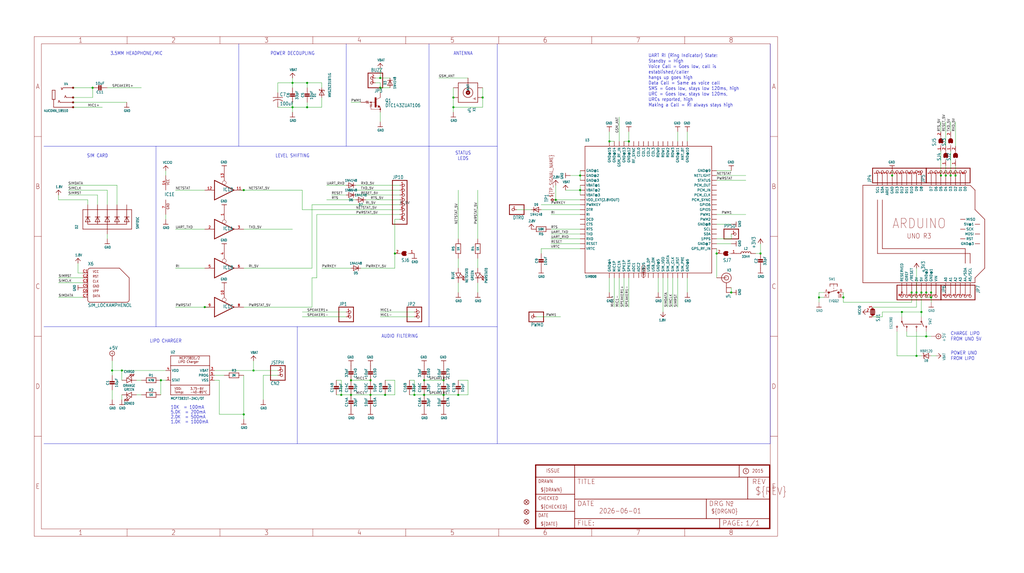
<source format=kicad_sch>
(kicad_sch (version 20230121) (generator eeschema)
  (paper "User" 533.527 298.602)
  (junction (at 464.82 91.44))
  (junction (at 477.52 152.4))
  (junction (at 58.42 193.04))
  (junction (at 317.5 73.66))
  (junction (at 482.6 175.26))
  (junction (at 106.68 160.02))
  (junction (at 289.56 104.14))
  (junction (at 439.42 154.94))
  (junction (at 193.04 198.12))
  (junction (at 477.52 185.42))
  (junction (at 469.9 162.56))
  (junction (at 193.04 205.74))
  (junction (at 482.6 152.4))
  (junction (at 480.06 152.4))
  (junction (at 231.14 205.74))
  (junction (at 198.12 40.64))
  (junction (at 302.26 99.06))
  (junction (at 426.72 154.94))
  (junction (at 231.14 198.12))
  (junction (at 127 215.9))
  (junction (at 83.82 198.12))
  (junction (at 132.08 193.04))
  (junction (at 160.02 43.18))
  (junction (at 480.06 162.56))
  (junction (at 220.98 205.74))
  (junction (at 220.98 198.12))
  (junction (at 490.22 91.44))
  (junction (at 251.46 50.8))
  (junction (at 381 152.4))
  (junction (at 497.84 91.44))
  (junction (at 127 99.06))
  (junction (at 152.4 43.18))
  (junction (at 177.8 205.74))
  (junction (at 236.22 50.8))
  (junction (at 198.12 45.72))
  (junction (at 474.98 152.4))
  (junction (at 160.02 55.88))
  (junction (at 63.5 193.04))
  (junction (at 485.14 154.94))
  (junction (at 152.4 55.88))
  (junction (at 396.24 132.08))
  (junction (at 48.26 45.72))
  (junction (at 485.14 152.4))
  (junction (at 302.26 91.44))
  (junction (at 327.66 73.66))
  (junction (at 215.9 205.74))
  (junction (at 200.66 205.74))
  (junction (at 373.38 132.08))
  (junction (at 182.88 205.74))
  (junction (at 205.74 132.08))
  (junction (at 238.76 205.74))
  (junction (at 492.76 91.44))
  (junction (at 182.88 198.12))
  (junction (at 236.22 55.88))
  (junction (at 495.3 91.44))
  (wire (pts (xy 482.6 172.72) (xy 482.6 175.26)) (stroke (width 0.1524)))
  (wire (pts (xy 106.68 160.02) (xy 91.44 160.02)) (stroke (width 0.1524)))
  (wire (pts (xy 185.42 99.06) (xy 208.28 99.06)) (stroke (width 0.1524)))
  (wire (pts (xy 439.42 152.4) (xy 439.42 154.94)) (stroke (width 0.1524)))
  (wire (pts (xy 86.36 91.44) (xy 86.36 88.9)) (stroke (width 0.1524)))
  (wire (pts (xy 55.88 99.06) (xy 35.56 99.06)) (stroke (width 0.1524)))
  (wire (pts (xy 215.9 205.74) (xy 213.36 205.74)) (stroke (width 0.1524)))
  (wire (pts (xy 474.98 157.48) (xy 474.98 152.4)) (stroke (width 0.1524)))
  (wire (pts (xy 190.5 104.14) (xy 208.28 104.14)) (stroke (width 0.1524)))
  (polyline (pts (xy 81.28 170.18) (xy 81.28 76.2)) (stroke (width 0.1524) (type solid)))
  (wire (pts (xy 426.72 154.94) (xy 426.72 157.48)) (stroke (width 0.1524)))
  (wire (pts (xy 127 160.02) (xy 162.56 160.02)) (stroke (width 0.1524)))
  (polyline (pts (xy 180.34 76.2) (xy 180.34 22.86)) (stroke (width 0.1524) (type solid)))
  (wire (pts (xy 459.74 162.56) (xy 469.9 162.56)) (stroke (width 0.1524)))
  (wire (pts (xy 487.68 185.42) (xy 485.14 185.42)) (stroke (width 0.1524)))
  (wire (pts (xy 182.88 205.74) (xy 193.04 205.74)) (stroke (width 0.1524)))
  (wire (pts (xy 162.56 144.78) (xy 165.1 144.78)) (stroke (width 0.1524)))
  (wire (pts (xy 114.3 215.9) (xy 127 215.9)) (stroke (width 0.1524)))
  (polyline (pts (xy 223.52 170.18) (xy 223.52 76.2)) (stroke (width 0.1524) (type solid)))
  (wire (pts (xy 320.04 160.02) (xy 320.04 144.78)) (stroke (width 0.1524)))
  (polyline (pts (xy 154.94 170.18) (xy 223.52 170.18)) (stroke (width 0.1524) (type solid)))
  (wire (pts (xy 350.52 144.78) (xy 350.52 160.02)) (stroke (width 0.1524)))
  (wire (pts (xy 302.26 99.06) (xy 302.26 101.6)) (stroke (width 0.1524)))
  (wire (pts (xy 198.12 45.72) (xy 198.12 48.26)) (stroke (width 0.1524)))
  (wire (pts (xy 177.8 205.74) (xy 182.88 205.74)) (stroke (width 0.1524)))
  (wire (pts (xy 30.48 154.94) (xy 43.18 154.94)) (stroke (width 0.1524)))
  (wire (pts (xy 58.42 195.58) (xy 58.42 193.04)) (stroke (width 0.1524)))
  (wire (pts (xy 43.18 147.32) (xy 30.48 147.32)) (stroke (width 0.1524)))
  (wire (pts (xy 297.18 91.44) (xy 302.26 91.44)) (stroke (width 0.1524)))
  (wire (pts (xy 485.14 152.4) (xy 485.14 154.94)) (stroke (width 0.1524)))
  (wire (pts (xy 495.3 63.5) (xy 495.3 68.58)) (stroke (width 0.1524)))
  (wire (pts (xy 157.48 165.1) (xy 180.34 165.1)) (stroke (width 0.1524)))
  (wire (pts (xy 205.74 205.74) (xy 200.66 205.74)) (stroke (width 0.1524)))
  (wire (pts (xy 302.26 111.76) (xy 287.02 111.76)) (stroke (width 0.1524)))
  (wire (pts (xy 30.48 104.14) (xy 30.48 101.6)) (stroke (width 0.1524)))
  (wire (pts (xy 86.36 111.76) (xy 86.36 114.3)) (stroke (width 0.1524)))
  (wire (pts (xy 426.72 152.4) (xy 426.72 154.94)) (stroke (width 0.1524)))
  (wire (pts (xy 63.5 205.74) (xy 63.5 208.28)) (stroke (width 0.1524)))
  (polyline (pts (xy 223.52 76.2) (xy 259.08 76.2)) (stroke (width 0.1524) (type solid)))
  (wire (pts (xy 124.46 99.06) (xy 127 99.06)) (stroke (width 0.1524)))
  (wire (pts (xy 127 139.7) (xy 162.56 139.7)) (stroke (width 0.1524)))
  (wire (pts (xy 469.9 162.56) (xy 480.06 162.56)) (stroke (width 0.1524)))
  (wire (pts (xy 322.58 73.66) (xy 322.58 60.96)) (stroke (width 0.1524)))
  (wire (pts (xy 144.78 55.88) (xy 152.4 55.88)) (stroke (width 0.1524)))
  (wire (pts (xy 40.64 142.24) (xy 40.64 137.16)) (stroke (width 0.1524)))
  (wire (pts (xy 193.04 198.12) (xy 182.88 198.12)) (stroke (width 0.1524)))
  (wire (pts (xy 353.06 68.58) (xy 353.06 73.66)) (stroke (width 0.1524)))
  (wire (pts (xy 469.9 165.1) (xy 469.9 162.56)) (stroke (width 0.1524)))
  (wire (pts (xy 48.26 45.72) (xy 48.26 50.8)) (stroke (width 0.1524)))
  (wire (pts (xy 106.68 139.7) (xy 91.44 139.7)) (stroke (width 0.1524)))
  (wire (pts (xy 472.44 175.26) (xy 482.6 175.26)) (stroke (width 0.1524)))
  (wire (pts (xy 152.4 43.18) (xy 152.4 40.64)) (stroke (width 0.1524)))
  (wire (pts (xy 195.58 43.18) (xy 198.12 43.18)) (stroke (width 0.1524)))
  (wire (pts (xy 215.9 205.74) (xy 220.98 205.74)) (stroke (width 0.1524)))
  (wire (pts (xy 302.26 88.9) (xy 302.26 91.44)) (stroke (width 0.1524)))
  (wire (pts (xy 127 99.06) (xy 157.48 99.06)) (stroke (width 0.1524)))
  (wire (pts (xy 269.24 109.22) (xy 276.86 109.22)) (stroke (width 0.1524)))
  (wire (pts (xy 279.4 165.1) (xy 292.1 165.1)) (stroke (width 0.1524)))
  (wire (pts (xy 236.22 55.88) (xy 251.46 55.88)) (stroke (width 0.1524)))
  (polyline (pts (xy 223.52 76.2) (xy 223.52 22.86)) (stroke (width 0.1524) (type solid)))
  (wire (pts (xy 109.22 160.02) (xy 106.68 160.02)) (stroke (width 0.1524)))
  (wire (pts (xy 152.4 55.88) (xy 160.02 55.88)) (stroke (width 0.1524)))
  (wire (pts (xy 485.14 154.94) (xy 485.14 157.48)) (stroke (width 0.1524)))
  (wire (pts (xy 325.12 160.02) (xy 325.12 144.78)) (stroke (width 0.1524)))
  (wire (pts (xy 58.42 193.04) (xy 58.42 187.96)) (stroke (width 0.1524)))
  (wire (pts (xy 43.18 144.78) (xy 30.48 144.78)) (stroke (width 0.1524)))
  (wire (pts (xy 73.66 198.12) (xy 71.12 198.12)) (stroke (width 0.1524)))
  (wire (pts (xy 152.4 43.18) (xy 160.02 43.18)) (stroke (width 0.1524)))
  (polyline (pts (xy 154.94 231.14) (xy 154.94 170.18)) (stroke (width 0.1524) (type solid)))
  (wire (pts (xy 302.26 99.06) (xy 294.64 99.06)) (stroke (width 0.1524)))
  (wire (pts (xy 198.12 45.72) (xy 203.2 45.72)) (stroke (width 0.1524)))
  (wire (pts (xy 482.6 175.26) (xy 485.14 175.26)) (stroke (width 0.1524)))
  (wire (pts (xy 162.56 160.02) (xy 162.56 144.78)) (stroke (width 0.1524)))
  (wire (pts (xy 480.06 162.56) (xy 480.06 165.1)) (stroke (width 0.1524)))
  (wire (pts (xy 215.9 165.1) (xy 198.12 165.1)) (stroke (width 0.1524)))
  (wire (pts (xy 396.24 127) (xy 396.24 132.08)) (stroke (width 0.1524)))
  (wire (pts (xy 152.4 58.42) (xy 152.4 55.88)) (stroke (width 0.1524)))
  (wire (pts (xy 73.66 205.74) (xy 71.12 205.74)) (stroke (width 0.1524)))
  (wire (pts (xy 198.12 43.18) (xy 198.12 45.72)) (stroke (width 0.1524)))
  (wire (pts (xy 170.18 104.14) (xy 185.42 104.14)) (stroke (width 0.1524)))
  (wire (pts (xy 215.9 198.12) (xy 215.9 205.74)) (stroke (width 0.1524)))
  (wire (pts (xy 388.62 91.44) (xy 373.38 91.44)) (stroke (width 0.1524)))
  (wire (pts (xy 439.42 154.94) (xy 439.42 157.48)) (stroke (width 0.1524)))
  (polyline (pts (xy 22.86 170.18) (xy 81.28 170.18)) (stroke (width 0.1524) (type solid)))
  (wire (pts (xy 167.64 55.88) (xy 167.64 50.8)) (stroke (width 0.1524)))
  (wire (pts (xy 160.02 45.72) (xy 160.02 43.18)) (stroke (width 0.1524)))
  (wire (pts (xy 162.56 106.68) (xy 208.28 106.68)) (stroke (width 0.1524)))
  (polyline (pts (xy 81.28 76.2) (xy 124.46 76.2)) (stroke (width 0.1524) (type solid)))
  (wire (pts (xy 490.22 63.5) (xy 490.22 68.58)) (stroke (width 0.1524)))
  (wire (pts (xy 289.56 104.14) (xy 289.56 96.52)) (stroke (width 0.1524)))
  (wire (pts (xy 180.34 96.52) (xy 170.18 96.52)) (stroke (width 0.1524)))
  (wire (pts (xy 454.66 160.02) (xy 477.52 160.02)) (stroke (width 0.1524)))
  (wire (pts (xy 205.74 132.08) (xy 205.74 114.3)) (stroke (width 0.1524)))
  (wire (pts (xy 464.82 91.44) (xy 464.82 88.9)) (stroke (width 0.1524)))
  (wire (pts (xy 231.14 198.12) (xy 220.98 198.12)) (stroke (width 0.1524)))
  (wire (pts (xy 198.12 40.64) (xy 195.58 40.64)) (stroke (width 0.1524)))
  (wire (pts (xy 132.08 193.04) (xy 144.78 193.04)) (stroke (width 0.1524)))
  (polyline (pts (xy 259.08 231.14) (xy 401.32 231.14)) (stroke (width 0.1524) (type solid)))
  (wire (pts (xy 345.44 144.78) (xy 345.44 162.56)) (stroke (width 0.1524)))
  (wire (pts (xy 302.26 106.68) (xy 281.94 106.68)) (stroke (width 0.1524)))
  (polyline (pts (xy 124.46 76.2) (xy 124.46 22.86)) (stroke (width 0.1524) (type solid)))
  (wire (pts (xy 459.74 165.1) (xy 459.74 162.56)) (stroke (width 0.1524)))
  (wire (pts (xy 251.46 55.88) (xy 251.46 50.8)) (stroke (width 0.1524)))
  (wire (pts (xy 467.36 172.72) (xy 467.36 185.42)) (stroke (width 0.1524)))
  (wire (pts (xy 167.64 43.18) (xy 167.64 45.72)) (stroke (width 0.1524)))
  (wire (pts (xy 38.1 50.8) (xy 48.26 50.8)) (stroke (width 0.1524)))
  (wire (pts (xy 187.96 139.7) (xy 205.74 139.7)) (stroke (width 0.1524)))
  (wire (pts (xy 198.12 58.42) (xy 198.12 63.5)) (stroke (width 0.1524)))
  (wire (pts (xy 198.12 35.56) (xy 198.12 40.64)) (stroke (width 0.1524)))
  (wire (pts (xy 55.88 106.68) (xy 55.88 99.06)) (stroke (width 0.1524)))
  (wire (pts (xy 58.42 203.2) (xy 58.42 208.28)) (stroke (width 0.1524)))
  (wire (pts (xy 317.5 68.58) (xy 317.5 73.66)) (stroke (width 0.1524)))
  (wire (pts (xy 454.66 165.1) (xy 459.74 165.1)) (stroke (width 0.1524)))
  (wire (pts (xy 213.36 198.12) (xy 215.9 198.12)) (stroke (width 0.1524)))
  (wire (pts (xy 165.1 144.78) (xy 165.1 111.76)) (stroke (width 0.1524)))
  (wire (pts (xy 200.66 198.12) (xy 205.74 198.12)) (stroke (width 0.1524)))
  (wire (pts (xy 236.22 50.8) (xy 236.22 55.88)) (stroke (width 0.1524)))
  (wire (pts (xy 114.3 198.12) (xy 114.3 215.9)) (stroke (width 0.1524)))
  (wire (pts (xy 347.98 160.02) (xy 347.98 144.78)) (stroke (width 0.1524)))
  (wire (pts (xy 248.92 134.62) (xy 248.92 139.7)) (stroke (width 0.1524)))
  (wire (pts (xy 205.74 139.7) (xy 205.74 132.08)) (stroke (width 0.1524)))
  (wire (pts (xy 63.5 198.12) (xy 63.5 193.04)) (stroke (width 0.1524)))
  (polyline (pts (xy 259.08 170.18) (xy 259.08 76.2)) (stroke (width 0.1524) (type solid)))
  (polyline (pts (xy 259.08 76.2) (xy 259.08 22.86)) (stroke (width 0.1524) (type solid)))
  (wire (pts (xy 251.46 50.8) (xy 251.46 45.72)) (stroke (width 0.1524)))
  (wire (pts (xy 127 195.58) (xy 127 215.9)) (stroke (width 0.1524)))
  (wire (pts (xy 45.72 106.68) (xy 45.72 104.14)) (stroke (width 0.1524)))
  (wire (pts (xy 388.62 93.98) (xy 373.38 93.98)) (stroke (width 0.1524)))
  (wire (pts (xy 238.76 205.74) (xy 231.14 205.74)) (stroke (width 0.1524)))
  (wire (pts (xy 302.26 119.38) (xy 287.02 119.38)) (stroke (width 0.1524)))
  (wire (pts (xy 152.4 45.72) (xy 152.4 43.18)) (stroke (width 0.1524)))
  (wire (pts (xy 342.9 144.78) (xy 342.9 152.4)) (stroke (width 0.1524)))
  (wire (pts (xy 302.26 104.14) (xy 289.56 104.14)) (stroke (width 0.1524)))
  (wire (pts (xy 106.68 99.06) (xy 91.44 99.06)) (stroke (width 0.1524)))
  (wire (pts (xy 327.66 68.58) (xy 327.66 73.66)) (stroke (width 0.1524)))
  (wire (pts (xy 180.34 101.6) (xy 172.72 101.6)) (stroke (width 0.1524)))
  (wire (pts (xy 177.8 198.12) (xy 177.8 205.74)) (stroke (width 0.1524)))
  (wire (pts (xy 43.18 142.24) (xy 40.64 142.24)) (stroke (width 0.1524)))
  (wire (pts (xy 137.16 195.58) (xy 144.78 195.58)) (stroke (width 0.1524)))
  (wire (pts (xy 381 149.86) (xy 381 152.4)) (stroke (width 0.1524)))
  (wire (pts (xy 439.42 157.48) (xy 474.98 157.48)) (stroke (width 0.1524)))
  (wire (pts (xy 248.92 152.4) (xy 248.92 147.32)) (stroke (width 0.1524)))
  (polyline (pts (xy 22.86 76.2) (xy 81.28 76.2)) (stroke (width 0.1524) (type solid)))
  (wire (pts (xy 248.92 99.06) (xy 248.92 124.46)) (stroke (width 0.1524)))
  (wire (pts (xy 482.6 154.94) (xy 485.14 154.94)) (stroke (width 0.1524)))
  (wire (pts (xy 185.42 96.52) (xy 208.28 96.52)) (stroke (width 0.1524)))
  (wire (pts (xy 492.76 76.2) (xy 492.76 63.5)) (stroke (width 0.1524)))
  (wire (pts (xy 236.22 58.42) (xy 236.22 55.88)) (stroke (width 0.1524)))
  (wire (pts (xy 38.1 55.88) (xy 53.34 55.88)) (stroke (width 0.1524)))
  (wire (pts (xy 165.1 111.76) (xy 208.28 111.76)) (stroke (width 0.1524)))
  (wire (pts (xy 187.96 53.34) (xy 182.88 53.34)) (stroke (width 0.1524)))
  (wire (pts (xy 429.26 152.4) (xy 426.72 152.4)) (stroke (width 0.1524)))
  (wire (pts (xy 177.8 205.74) (xy 175.26 205.74)) (stroke (width 0.1524)))
  (wire (pts (xy 243.84 198.12) (xy 243.84 205.74)) (stroke (width 0.1524)))
  (wire (pts (xy 38.1 53.34) (xy 66.04 53.34)) (stroke (width 0.1524)))
  (wire (pts (xy 373.38 127) (xy 381 127)) (stroke (width 0.1524)))
  (wire (pts (xy 243.84 205.74) (xy 238.76 205.74)) (stroke (width 0.1524)))
  (wire (pts (xy 429.26 154.94) (xy 426.72 154.94)) (stroke (width 0.1524)))
  (wire (pts (xy 205.74 114.3) (xy 208.28 114.3)) (stroke (width 0.1524)))
  (wire (pts (xy 228.6 40.64) (xy 243.84 40.64)) (stroke (width 0.1524)))
  (wire (pts (xy 358.14 152.4) (xy 358.14 144.78)) (stroke (width 0.1524)))
  (wire (pts (xy 220.98 205.74) (xy 231.14 205.74)) (stroke (width 0.1524)))
  (wire (pts (xy 325.12 73.66) (xy 327.66 73.66)) (stroke (width 0.1524)))
  (wire (pts (xy 160.02 53.34) (xy 160.02 55.88)) (stroke (width 0.1524)))
  (wire (pts (xy 60.96 96.52) (xy 35.56 96.52)) (stroke (width 0.1524)))
  (wire (pts (xy 495.3 91.44) (xy 495.3 78.74)) (stroke (width 0.1524)))
  (polyline (pts (xy 223.52 170.18) (xy 259.08 170.18)) (stroke (width 0.1524) (type solid)))
  (wire (pts (xy 467.36 185.42) (xy 477.52 185.42)) (stroke (width 0.1524)))
  (wire (pts (xy 482.6 152.4) (xy 482.6 154.94)) (stroke (width 0.1524)))
  (wire (pts (xy 281.94 109.22) (xy 302.26 109.22)) (stroke (width 0.1524)))
  (wire (pts (xy 83.82 198.12) (xy 86.36 198.12)) (stroke (width 0.1524)))
  (wire (pts (xy 497.84 76.2) (xy 497.84 63.5)) (stroke (width 0.1524)))
  (wire (pts (xy 63.5 193.04) (xy 86.36 193.04)) (stroke (width 0.1524)))
  (wire (pts (xy 127 119.38) (xy 152.4 119.38)) (stroke (width 0.1524)))
  (wire (pts (xy 238.76 198.12) (xy 243.84 198.12)) (stroke (width 0.1524)))
  (wire (pts (xy 373.38 88.9) (xy 381 88.9)) (stroke (width 0.1524)))
  (wire (pts (xy 50.8 106.68) (xy 50.8 101.6)) (stroke (width 0.1524)))
  (wire (pts (xy 480.06 152.4) (xy 480.06 162.56)) (stroke (width 0.1524)))
  (wire (pts (xy 302.26 124.46) (xy 287.02 124.46)) (stroke (width 0.1524)))
  (wire (pts (xy 58.42 193.04) (xy 63.5 193.04)) (stroke (width 0.1524)))
  (wire (pts (xy 373.38 132.08) (xy 373.38 144.78)) (stroke (width 0.1524)))
  (polyline (pts (xy 259.08 231.14) (xy 259.08 170.18)) (stroke (width 0.1524) (type solid)))
  (wire (pts (xy 238.76 147.32) (xy 238.76 152.4)) (stroke (width 0.1524)))
  (wire (pts (xy 477.52 172.72) (xy 477.52 185.42)) (stroke (width 0.1524)))
  (wire (pts (xy 477.52 139.7) (xy 477.52 152.4)) (stroke (width 0.1524)))
  (polyline (pts (xy 223.52 76.2) (xy 180.34 76.2)) (stroke (width 0.1524) (type solid)))
  (wire (pts (xy 157.48 109.22) (xy 157.48 99.06)) (stroke (width 0.1524)))
  (wire (pts (xy 182.88 139.7) (xy 167.64 139.7)) (stroke (width 0.1524)))
  (wire (pts (xy 373.38 124.46) (xy 381 124.46)) (stroke (width 0.1524)))
  (wire (pts (xy 48.26 45.72) (xy 38.1 45.72)) (stroke (width 0.1524)))
  (wire (pts (xy 492.76 91.44) (xy 492.76 86.36)) (stroke (width 0.1524)))
  (polyline (pts (xy 401.32 231.14) (xy 401.32 22.86)) (stroke (width 0.1524) (type solid)))
  (polyline (pts (xy 81.28 170.18) (xy 154.94 170.18)) (stroke (width 0.1524) (type solid)))
  (wire (pts (xy 238.76 124.46) (xy 238.76 99.06)) (stroke (width 0.1524)))
  (wire (pts (xy 144.78 43.18) (xy 152.4 43.18)) (stroke (width 0.1524)))
  (wire (pts (xy 132.08 193.04) (xy 132.08 187.96)) (stroke (width 0.1524)))
  (wire (pts (xy 73.66 45.72) (xy 55.88 45.72)) (stroke (width 0.1524)))
  (wire (pts (xy 490.22 78.74) (xy 490.22 91.44)) (stroke (width 0.1524)))
  (wire (pts (xy 50.8 101.6) (xy 35.56 101.6)) (stroke (width 0.1524)))
  (wire (pts (xy 302.26 96.52) (xy 302.26 99.06)) (stroke (width 0.1524)))
  (wire (pts (xy 152.4 53.34) (xy 152.4 55.88)) (stroke (width 0.1524)))
  (wire (pts (xy 111.76 195.58) (xy 116.84 195.58)) (stroke (width 0.1524)))
  (wire (pts (xy 373.38 129.54) (xy 373.38 132.08)) (stroke (width 0.1524)))
  (wire (pts (xy 60.96 106.68) (xy 60.96 96.52)) (stroke (width 0.1524)))
  (wire (pts (xy 317.5 73.66) (xy 320.04 73.66)) (stroke (width 0.1524)))
  (wire (pts (xy 144.78 48.26) (xy 144.78 43.18)) (stroke (width 0.1524)))
  (wire (pts (xy 160.02 43.18) (xy 167.64 43.18)) (stroke (width 0.1524)))
  (wire (pts (xy 373.38 111.76) (xy 388.62 111.76)) (stroke (width 0.1524)))
  (polyline (pts (xy 154.94 231.14) (xy 259.08 231.14)) (stroke (width 0.1524) (type solid)))
  (wire (pts (xy 45.72 104.14) (xy 30.48 104.14)) (stroke (width 0.1524)))
  (wire (pts (xy 497.84 86.36) (xy 497.84 91.44)) (stroke (width 0.1524)))
  (polyline (pts (xy 22.86 231.14) (xy 154.94 231.14)) (stroke (width 0.1524) (type solid)))
  (polyline (pts (xy 124.46 76.2) (xy 180.34 76.2)) (stroke (width 0.1524) (type solid)))
  (wire (pts (xy 381 124.46) (xy 381 121.92)) (stroke (width 0.1524)))
  (wire (pts (xy 353.06 144.78) (xy 353.06 160.02)) (stroke (width 0.1524)))
  (wire (pts (xy 157.48 109.22) (xy 208.28 109.22)) (stroke (width 0.1524)))
  (wire (pts (xy 137.16 195.58) (xy 137.16 208.28)) (stroke (width 0.1524)))
  (wire (pts (xy 317.5 144.78) (xy 317.5 152.4)) (stroke (width 0.1524)))
  (wire (pts (xy 396.24 132.08) (xy 393.7 132.08)) (stroke (width 0.1524)))
  (wire (pts (xy 358.14 73.66) (xy 358.14 68.58)) (stroke (width 0.1524)))
  (wire (pts (xy 111.76 198.12) (xy 114.3 198.12)) (stroke (width 0.1524)))
  (wire (pts (xy 83.82 205.74) (xy 83.82 198.12)) (stroke (width 0.1524)))
  (wire (pts (xy 480.06 185.42) (xy 477.52 185.42)) (stroke (width 0.1524)))
  (wire (pts (xy 215.9 162.56) (xy 198.12 162.56)) (stroke (width 0.1524)))
  (wire (pts (xy 322.58 144.78) (xy 322.58 160.02)) (stroke (width 0.1524)))
  (wire (pts (xy 381 116.84) (xy 373.38 116.84)) (stroke (width 0.1524)))
  (wire (pts (xy 132.08 193.04) (xy 111.76 193.04)) (stroke (width 0.1524)))
  (wire (pts (xy 236.22 45.72) (xy 236.22 50.8)) (stroke (width 0.1524)))
  (wire (pts (xy 157.48 162.56) (xy 180.34 162.56)) (stroke (width 0.1524)))
  (wire (pts (xy 106.68 119.38) (xy 91.44 119.38)) (stroke (width 0.1524)))
  (wire (pts (xy 327.66 144.78) (xy 327.66 160.02)) (stroke (width 0.1524)))
  (wire (pts (xy 302.26 127) (xy 287.02 127)) (stroke (width 0.1524)))
  (wire (pts (xy 175.26 198.12) (xy 177.8 198.12)) (stroke (width 0.1524)))
  (wire (pts (xy 302.26 91.44) (xy 302.26 93.98)) (stroke (width 0.1524)))
  (wire (pts (xy 162.56 139.7) (xy 162.56 106.68)) (stroke (width 0.1524)))
  (wire (pts (xy 477.52 160.02) (xy 477.52 152.4)) (stroke (width 0.1524)))
  (wire (pts (xy 198.12 40.64) (xy 203.2 40.64)) (stroke (width 0.1524)))
  (wire (pts (xy 472.44 172.72) (xy 472.44 175.26)) (stroke (width 0.1524)))
  (wire (pts (xy 205.74 198.12) (xy 205.74 205.74)) (stroke (width 0.1524)))
  (wire (pts (xy 127 215.9) (xy 127 218.44)) (stroke (width 0.1524)))
  (wire (pts (xy 185.42 101.6) (xy 208.28 101.6)) (stroke (width 0.1524)))
  (wire (pts (xy 160.02 55.88) (xy 167.64 55.88)) (stroke (width 0.1524)))
  (wire (pts (xy 238.76 134.62) (xy 238.76 139.7)) (stroke (width 0.1524)))
  (wire (pts (xy 281.94 129.54) (xy 302.26 129.54)) (stroke (width 0.1524)))
  (wire (pts (xy 281.94 129.54) (xy 281.94 132.08)) (stroke (width 0.1524)))
  (wire (pts (xy 200.66 205.74) (xy 193.04 205.74)) (stroke (width 0.1524)))
  (wire (pts (xy 302.26 121.92) (xy 287.02 121.92)) (stroke (width 0.1524)))
  (wire (pts (xy 55.88 121.92) (xy 55.88 124.46)) (stroke (width 0.1524)))
  (text "10K  = 100mA" (at 88.9 213.36 0) (effects (font (size 1.778 1.5113)) (justify left bottom)))
  (text "POWER DECOUPLING" (at 152.4 27.94 0) (effects (font (size 1.778 1.5113))))
  (text "UART RI (Ring Indicator) State:\nStandby = High\nVoice Call = Goes low, call is\nestablished/caller\nhangs up goes high\nData Call = Same as voice call\nSMS = Goes low, stays low 120ms, high\nURC = Goes low, stays low 120ms,\nURCs reported, high\nMaking a Call = RI always stays high" (at 337.82 55.88 0) (effects (font (size 1.778 1.5113)) (justify left bottom)))
  (text "1.0K  = 1000mA" (at 88.9 220.98 0) (effects (font (size 1.778 1.5113)) (justify left bottom)))
  (text "ANTENNA" (at 241.3 27.94 0) (effects (font (size 1.778 1.5113))))
  (text "5.0K  = 200mA" (at 88.9 215.9 0) (effects (font (size 1.778 1.5113)) (justify left bottom)))
  (text "3.5MM HEADPHONE/MIC" (at 71.12 27.94 0) (effects (font (size 1.778 1.5113))))
  (text "CHARGE LIPO\nFROM UNO 5V" (at 495.3 177.8 0) (effects (font (size 1.778 1.5113)) (justify left bottom)))
  (text "POWER UNO\nFROM LIPO" (at 495.3 187.96 0) (effects (font (size 1.778 1.5113)) (justify left bottom)))
  (text "LIPO CHARGER" (at 86.36 177.8 0) (effects (font (size 1.778 1.5113))))
  (text "SIM CARD" (at 50.8 81.28 0) (effects (font (size 1.778 1.5113))))
  (text "LEVEL SHIFTING" (at 152.4 81.28 0) (effects (font (size 1.778 1.5113))))
  (text "AUDIO FILTERING" (at 208.28 175.26 0) (effects (font (size 1.778 1.5113))))
  (text "2.0K  = 500mA" (at 88.9 218.44 0) (effects (font (size 1.778 1.5113)) (justify left bottom)))
  (text "STATUS\nLEDS" (at 241.3 81.28 0) (effects (font (size 1.778 1.5113))))
  (label "PWRKEY_5V" (at 190.5 139.7 0) (effects (font (size 1.2446 1.2446))))
  (label "RXD_5V" (at 187.96 96.52 0) (effects (font (size 1.2446 1.2446))))
  (label "NETSTAT_5V" (at 185.42 109.22 0) (effects (font (size 1.2446 1.2446))))
  (label "SIMRST" (at 35.56 101.6 0) (effects (font (size 1.2446 1.2446))))
  (label "RESET_5V" (at 187.96 101.6 0) (effects (font (size 1.2446 1.2446))))
  (label "PWRKEY" (at 287.02 106.68 0) (effects (font (size 1.2446 1.2446))))
  (label "PWRSTAT" (at 373.38 93.98 0) (effects (font (size 1.2446 1.2446))))
  (label "SIMCLK" (at 30.48 147.32 0) (effects (font (size 1.2446 1.2446))))
  (label "SIMDATA" (at 347.98 160.02 90) (effects (font (size 1.2446 1.2446))))
  (label "GSM_ANT" (at 228.6 40.64 0) (effects (font (size 1.2446 1.2446))))
  (label "SPEAKER1-" (at 160.02 165.1 0) (effects (font (size 1.2446 1.2446))))
  (label "NETSTAT" (at 91.44 99.06 0) (effects (font (size 1.2446 1.2446))))
  (label "RESET_5V" (at 492.76 68.58 90) (effects (font (size 1.2446 1.2446))))
  (label "SPEAKER1+" (at 58.42 45.72 0) (effects (font (size 1.2446 1.2446))))
  (label "TXD_5V" (at 187.96 99.06 0) (effects (font (size 1.2446 1.2446))))
  (label "SIMCLK" (at 350.52 160.02 90) (effects (font (size 1.2446 1.2446))))
  (label "TXD_5V" (at 495.3 68.58 90) (effects (font (size 1.2446 1.2446))))
  (label "SIMDATA" (at 30.48 154.94 0) (effects (font (size 1.2446 1.2446))))
  (label "MIC1+" (at 185.42 198.12 0) (effects (font (size 1.2446 1.2446))))
  (label "RESET" (at 172.72 101.6 0) (effects (font (size 1.2446 1.2446))))
  (label "RTS" (at 172.72 104.14 0) (effects (font (size 1.2446 1.2446))))
  (label "PWRKEY" (at 167.64 139.7 0) (effects (font (size 1.2446 1.2446))))
  (label "RXD_5V" (at 497.84 68.58 90) (effects (font (size 1.2446 1.2446))))
  (label "NETSTAT" (at 373.38 91.44 0) (effects (font (size 1.2446 1.2446))))
  (label "RI_5V" (at 129.54 139.7 0) (effects (font (size 1.2446 1.2446))))
  (label "PWRSTAT" (at 91.44 160.02 0) (effects (font (size 1.2446 1.2446))))
  (label "MIC1-" (at 198.12 165.1 0) (effects (font (size 1.2446 1.2446))))
  (label "MIC1+" (at 45.72 55.88 0) (effects (font (size 1.2446 1.2446))))
  (label "PWM1" (at 182.88 53.34 0) (effects (font (size 1.2446 1.2446))))
  (label "SPEAKER1+" (at 223.52 198.12 0) (effects (font (size 1.2446 1.2446))))
  (label "RI" (at 91.44 139.7 0) (effects (font (size 1.2446 1.2446))))
  (label "PWM1" (at 375.92 111.76 0) (effects (font (size 1.2446 1.2446))))
  (label "UART_TXD" (at 91.44 119.38 0) (effects (font (size 1.2446 1.2446))))
  (label "RI_5V" (at 190.5 106.68 0) (effects (font (size 1.2446 1.2446))))
  (label "RTS" (at 287.02 119.38 0) (effects (font (size 1.2446 1.2446))))
  (label "SPEAKER1+" (at 160.02 162.56 0) (effects (font (size 1.2446 1.2446))))
  (label "PWRSTAT_5V" (at 185.42 111.76 0) (effects (font (size 1.2446 1.2446))))
  (label "PWRSTAT_5V" (at 248.92 116.84 90) (effects (font (size 1.2446 1.2446))))
  (label "UART_TXD" (at 287.02 121.92 0) (effects (font (size 1.2446 1.2446))))
  (label "RI" (at 287.02 111.76 0) (effects (font (size 1.2446 1.2446))))
  (label "NETSTAT_5V" (at 238.76 116.84 90) (effects (font (size 1.2446 1.2446))))
  (label "NETSTAT_5V" (at 129.54 99.06 0) (effects (font (size 1.2446 1.2446))))
  (label "VRTC" (at 287.02 129.54 0) (effects (font (size 1.2446 1.2446))))
  (label "TXD_5V" (at 129.54 119.38 0) (effects (font (size 1.2446 1.2446))))
  (label "MIC1-" (at 185.42 205.74 0) (effects (font (size 1.2446 1.2446))))
  (label "MIC1+" (at 320.04 160.02 90) (effects (font (size 1.2446 1.2446))))
  (label "UART_RXD" (at 287.02 124.46 0) (effects (font (size 1.2446 1.2446))))
  (label "UART_RXD" (at 170.18 96.52 0) (effects (font (size 1.2446 1.2446))))
  (label "PWM1" (at 284.48 165.1 0) (effects (font (size 1.2446 1.2446))))
  (label "MIC1+" (at 198.12 162.56 0) (effects (font (size 1.2446 1.2446))))
  (label "SPEAKER1+" (at 325.12 160.02 90) (effects (font (size 1.2446 1.2446))))
  (label "SPEAKER1-" (at 327.66 160.02 90) (effects (font (size 1.2446 1.2446))))
  (label "SIMRST" (at 30.48 144.78 0) (effects (font (size 1.2446 1.2446))))
  (label "RESET" (at 287.02 127 0) (effects (font (size 1.2446 1.2446))))
  (label "GSM_ANT" (at 322.58 60.96 270) (effects (font (size 1.2446 1.2446))))
  (label "SIMRST" (at 353.06 160.02 90) (effects (font (size 1.2446 1.2446))))
  (label "RI_5V" (at 208.28 106.68 0) (effects (font (size 1.2446 1.2446))))
  (label "PWRSTAT_5V" (at 129.54 160.02 0) (effects (font (size 1.2446 1.2446))))
  (label "SIMCLK" (at 35.56 99.06 0) (effects (font (size 1.2446 1.2446))))
  (label "MIC1-" (at 322.58 160.02 90) (effects (font (size 1.2446 1.2446))))
  (label "RTS_5V" (at 193.04 104.14 0) (effects (font (size 1.2446 1.2446))))
  (label "SPEAKER1-" (at 223.52 205.74 0) (effects (font (size 1.2446 1.2446))))
  (label "RTS_5V" (at 490.22 68.58 90) (effects (font (size 1.2446 1.2446))))
  (label "SIMDATA" (at 35.56 96.52 0) (effects (font (size 1.2446 1.2446))))
  (global_label "VBUS" (shape bidirectional) (at 335.28 144.78 90) (effects (font (size 1.016 1.016))) (property "Intersheetrefs" "${INTERSHEET_REFS}" (effects hide)))
  (symbol (lib_id "working-eagle-import:GND") (at 215.9 134.62 0) (unit 1)
    (property "Reference" "#U$65" (effects hide))
    (property "Value" "GND" (at 214.376 137.16 0) (effects (font (size 1.27 1.0795)) (justify left bottom)))
  )
  (symbol (lib_id "working-eagle-import:CAP_4PACK1206") (at 175.26 203.2 0) (unit 2)
    (property "Reference" "C14" (at 172.97 201.95 90))
    (property "Value" "33pF" (at 177.56 201.95 90))
    (property "Footprint" "working:RESPACK_4X0603" (effects hide))
  )
  (symbol (lib_id "working-eagle-import:CAP_4PACK1206") (at 220.98 193.04 180) (unit 4)
    (property "Reference" "C16" (at 223.27 194.29 90))
    (property "Value" "33pF" (at 218.68 194.29 90))
    (property "Footprint" "working:RESPACK_4X0603" (effects hide))
  )
  (symbol (lib_id "working-eagle-import:GND") (at 116.84 147.32 180) (unit 1)
    (property "Reference" "#U$5" (effects hide))
    (property "Value" "GND" (at 118.364 144.78 0) (effects (font (size 1.27 1.0795)) (justify left bottom)))
  )
  (symbol (lib_id "working-eagle-import:GND") (at 381 86.36 180) (unit 1)
    (property "Reference" "#U$63" (effects hide))
    (property "Value" "GND" (at 382.524 83.82 0) (effects (font (size 1.27 1.0795)) (justify left bottom)))
  )
  (symbol (lib_id "working-eagle-import:GND") (at 58.42 210.82 0) (unit 1)
    (property "Reference" "#U$3" (effects hide))
    (property "Value" "GND" (at 56.896 213.36 0) (effects (font (size 1.27 1.0795)) (justify left bottom)))
  )
  (symbol (lib_id "working-eagle-import:RESISTOR0805_NOOUTLINE") (at 78.74 205.74 0) (unit 1)
    (property "Reference" "R2" (at 78.74 203.2 0))
    (property "Value" "1K" (at 78.74 205.74 0) (effects (font (size 1.016 1.016) bold)))
    (property "Footprint" "working:0805-NO" (effects hide))
  )
  (symbol (lib_id "working-eagle-import:GND") (at 383.54 127 90) (unit 1)
    (property "Reference" "#U$61" (effects hide))
    (property "Value" "GND" (at 386.08 128.524 0) (effects (font (size 1.27 1.0795)) (justify left bottom)))
  )
  (symbol (lib_id "working-eagle-import:LED0805_NOOUTLINE") (at 238.76 144.78 270) (unit 1)
    (property "Reference" "NETSTAT0" (at 243.205 143.51 0) (effects (font (size 1.27 1.0795))))
    (property "Value" "BLUE" (at 235.966 143.51 0) (effects (font (size 1.27 1.0795))))
    (property "Footprint" "working:CHIPLED_0805_NOOUTLINE" (effects hide))
  )
  (symbol (lib_id "working-eagle-import:CAP_CERAMIC0805-NOOUTLINE") (at 281.94 137.16 0) (unit 1)
    (property "Reference" "C9" (at 279.65 135.91 90))
    (property "Value" "10uF" (at 284.24 135.91 90))
    (property "Footprint" "working:0805-NO" (effects hide))
  )
  (symbol (lib_id "working-eagle-import:GND") (at 182.88 215.9 0) (unit 1)
    (property "Reference" "#U$46" (effects hide))
    (property "Value" "GND" (at 181.356 218.44 0) (effects (font (size 1.27 1.0795)) (justify left bottom)))
  )
  (symbol (lib_id "working-eagle-import:SOLDERJUMPER_CLOSED") (at 495.3 73.66 90) (unit 1)
    (property "Reference" "SJ3" (at 492.76 76.2 0) (effects (font (size 1.778 1.5113)) (justify left bottom)))
    (property "Value" "SOLDERJUMPER_CLOSED" (effects hide))
    (property "Footprint" "working:SOLDERJUMPER_CLOSEDWIRE" (effects hide))
  )
  (symbol (lib_id "working-eagle-import:FRAME_A3") (at 17.78 279.4 0) (unit 1)
    (property "Reference" "#FRAME1" (effects hide))
    (property "Value" "FRAME_A3" (effects hide))
  )
  (symbol (lib_id "working-eagle-import:PINHD-1X1CB") (at 383.54 121.92 0) (unit 1)
    (property "Reference" "PPS0" (at 377.19 118.745 0) (effects (font (size 1.778 1.5113)) (justify left bottom)))
    (property "Value" "PINHD-1X1CB" (effects hide))
    (property "Footprint" "working:1X01-CLEANBIG" (effects hide))
  )
  (symbol (lib_id "working-eagle-import:CAP_4PACK1206") (at 193.04 208.28 180) (unit 1)
    (property "Reference" "C15" (at 195.33 209.53 90))
    (property "Value" "10pF" (at 190.74 209.53 90))
    (property "Footprint" "working:RESPACK_4X0603" (effects hide))
  )
  (symbol (lib_id "working-eagle-import:CAP_4PACK1206") (at 231.14 208.28 180) (unit 1)
    (property "Reference" "C17" (at 233.43 209.53 90))
    (property "Value" "10pF" (at 228.84 209.53 90))
    (property "Footprint" "working:RESPACK_4X0603" (effects hide))
  )
  (symbol (lib_id "working-eagle-import:SOLDERJUMPER_CLOSED") (at 490.22 73.66 90) (unit 1)
    (property "Reference" "SJ5" (at 487.68 76.2 0) (effects (font (size 1.778 1.5113)) (justify left bottom)))
    (property "Value" "SOLDERJUMPER_CLOSED" (effects hide))
    (property "Footprint" "working:SOLDERJUMPER_CLOSEDWIRE" (effects hide))
  )
  (symbol (lib_id "working-eagle-import:CAP_CERAMIC0805-NOOUTLINE") (at 396.24 137.16 0) (unit 1)
    (property "Reference" "C2" (at 393.95 135.91 90))
    (property "Value" "33pF" (at 398.54 135.91 90))
    (property "Footprint" "working:0805-NO" (effects hide))
  )
  (symbol (lib_id "working-eagle-import:ARDUINO_R3_ICSP_NODIM") (at 449.58 147.32 0) (unit 1)
    (property "Reference" "M1" (effects hide))
    (property "Value" "ARDUINO_R3_ICSP_NODIM" (effects hide))
    (property "Footprint" "working:ARDUINOR3_ICSP_NODIM" (effects hide))
  )
  (symbol (lib_id "working-eagle-import:JST_2PIN") (at 147.32 193.04 0) (mirror x) (unit 1)
    (property "Reference" "CN2" (at 140.97 198.755 0) (effects (font (size 1.778 1.5113)) (justify left bottom)))
    (property "Value" "JSTPH" (at 140.97 187.96 0) (effects (font (size 1.778 1.5113)) (justify left bottom)))
    (property "Footprint" "working:JSTPH2" (effects hide))
  )
  (symbol (lib_id "working-eagle-import:GND") (at 193.04 187.96 180) (unit 1)
    (property "Reference" "#U$45" (effects hide))
    (property "Value" "GND" (at 194.564 185.42 0) (effects (font (size 1.27 1.0795)) (justify left bottom)))
  )
  (symbol (lib_id "working-eagle-import:PINHD-1X1CB") (at 266.7 109.22 180) (unit 1)
    (property "Reference" "DTR0" (at 273.05 112.395 0) (effects (font (size 1.778 1.5113)) (justify left bottom)))
    (property "Value" "PINHD-1X1CB" (effects hide))
    (property "Footprint" "working:1X01-CLEANBIG" (effects hide))
  )
  (symbol (lib_id "working-eagle-import:FRAME_A3") (at 279.4 276.86 0) (unit 3)
    (property "Reference" "#FRAME1" (effects hide))
    (property "Value" "FRAME_A3" (effects hide))
  )
  (symbol (lib_id "working-eagle-import:GND") (at 116.84 127 180) (unit 1)
    (property "Reference" "#U$11" (effects hide))
    (property "Value" "GND" (at 118.364 124.46 0) (effects (font (size 1.27 1.0795)) (justify left bottom)))
  )
  (symbol (lib_id "working-eagle-import:SOLDERJUMPER") (at 378.46 132.08 180) (unit 1)
    (property "Reference" "SJ7" (at 381 134.62 0) (effects (font (size 1.778 1.5113)) (justify left bottom)))
    (property "Value" "SOLDERJUMPER" (effects hide))
    (property "Footprint" "working:SOLDERJUMPER_ARROW_NOPASTE" (effects hide))
  )
  (symbol (lib_id "working-eagle-import:DIODE-ZENERSOD123") (at 167.64 48.26 90) (unit 1)
    (property "Reference" "D1" (at 164.6174 50.8 0) (effects (font (size 1.27 1.0795)) (justify left bottom)))
    (property "Value" "MMSZ5231BT1G" (at 172.4914 50.8 0) (effects (font (size 1.27 1.0795)) (justify left bottom)))
    (property "Footprint" "working:SOD-123" (effects hide))
  )
  (symbol (lib_id "working-eagle-import:SOLDERJUMPER_CLOSED") (at 492.76 81.28 90) (unit 1)
    (property "Reference" "SJ4" (at 490.22 83.82 0) (effects (font (size 1.778 1.5113)) (justify left bottom)))
    (property "Value" "SOLDERJUMPER_CLOSED" (effects hide))
    (property "Footprint" "working:SOLDERJUMPER_CLOSEDWIRE" (effects hide))
  )
  (symbol (lib_id "working-eagle-import:SOLDERJUMPER_2WAY") (at 454.66 162.56 90) (unit 1)
    (property "Reference" "SJ1" (at 458.47 167.64 0) (effects (font (size 1.778 1.5113)) (justify left bottom)))
    (property "Value" "SOLDERJUMPER_2WAY" (effects hide))
    (property "Footprint" "working:SOLDERJUMPER_2WAY_OPEN_NOPASTE" (effects hide))
  )
  (symbol (lib_id "working-eagle-import:VBAT") (at 132.08 185.42 0) (unit 1)
    (property "Reference" "#U$18" (effects hide))
    (property "Value" "VBAT" (at 130.556 184.404 0) (effects (font (size 1.27 1.0795)) (justify left bottom)))
  )
  (symbol (lib_id "working-eagle-import:CAP_4PACK1206") (at 238.76 203.2 0) (unit 2)
    (property "Reference" "C17" (at 236.47 201.95 90))
    (property "Value" "10pF" (at 241.06 201.95 90))
    (property "Footprint" "working:RESPACK_4X0603" (effects hide))
  )
  (symbol (lib_id "working-eagle-import:CAP_4PACK1206") (at 193.04 193.04 180) (unit 4)
    (property "Reference" "C15" (at 195.33 194.29 90))
    (property "Value" "10pF" (at 190.74 194.29 90))
    (property "Footprint" "working:RESPACK_4X0603" (effects hide))
  )
  (symbol (lib_id "working-eagle-import:74125PW") (at 116.84 99.06 0) (unit 4)
    (property "Reference" "IC1" (at 116.205 99.695 0) (effects (font (size 1.778 1.5113)) (justify left bottom)))
    (property "Value" "74125PW" (effects hide))
    (property "Footprint" "working:TSSOP14" (effects hide))
  )
  (symbol (lib_id "working-eagle-import:CAP_4PACK1206") (at 182.88 193.04 180) (unit 4)
    (property "Reference" "C14" (at 185.17 194.29 90))
    (property "Value" "33pF" (at 180.58 194.29 90))
    (property "Footprint" "working:RESPACK_4X0603" (effects hide))
  )
  (symbol (lib_id "working-eagle-import:GND") (at 231.14 215.9 0) (unit 1)
    (property "Reference" "#U$51" (effects hide))
    (property "Value" "GND" (at 229.616 218.44 0) (effects (font (size 1.27 1.0795)) (justify left bottom)))
  )
  (symbol (lib_id "working-eagle-import:GND") (at 55.88 127 0) (unit 1)
    (property "Reference" "#U$27" (effects hide))
    (property "Value" "GND" (at 54.356 129.54 0) (effects (font (size 1.27 1.0795)) (justify left bottom)))
  )
  (symbol (lib_id "working-eagle-import:GND") (at 220.98 187.96 180) (unit 1)
    (property "Reference" "#U$48" (effects hide))
    (property "Value" "GND" (at 222.504 185.42 0) (effects (font (size 1.27 1.0795)) (justify left bottom)))
  )
  (symbol (lib_id "working-eagle-import:HEADER-1X876MIL") (at 477.52 154.94 270) (unit 1)
    (property "Reference" "JP6" (at 490.855 148.59 0) (effects (font (size 1.778 1.5113)) (justify left bottom)))
    (property "Value" "HEADER-1X876MIL" (effects hide))
    (property "Footprint" "working:1X08_ROUND_76" (effects hide))
  )
  (symbol (lib_id "working-eagle-import:INDUCTOR_0805MP") (at 388.62 132.08 0) (unit 1)
    (property "Reference" "L2" (at 388.62 129.54 0) (effects (font (size 1.27 1.0795))))
    (property "Value" "33nH" (at 388.62 133.62 0) (effects (font (size 1.27 1.0795))))
    (property "Footprint" "working:_0805MP" (effects hide))
  )
  (symbol (lib_id "working-eagle-import:SMACONNECTOR_EDGE_UFL") (at 243.84 48.26 270) (unit 1)
    (property "Reference" "X1" (at 246.38 55.88 0) (effects (font (size 1.27 1.0795)) (justify left bottom)))
    (property "Value" "uFL" (at 243.84 55.88 0) (effects (font (size 1.27 1.0795)) (justify left bottom)))
    (property "Footprint" "working:SMA_EDGELAUNCH_UFL" (effects hide))
  )
  (symbol (lib_id "working-eagle-import:GND") (at 220.98 215.9 0) (unit 1)
    (property "Reference" "#U$50" (effects hide))
    (property "Value" "GND" (at 219.456 218.44 0) (effects (font (size 1.27 1.0795)) (justify left bottom)))
  )
  (symbol (lib_id "working-eagle-import:GND") (at 198.12 66.04 0) (unit 1)
    (property "Reference" "#U$32" (effects hide))
    (property "Value" "GND" (at 196.596 68.58 0) (effects (font (size 1.27 1.0795)) (justify left bottom)))
  )
  (symbol (lib_id "working-eagle-import:GND") (at 63.5 210.82 0) (unit 1)
    (property "Reference" "#U$7" (effects hide))
    (property "Value" "GND" (at 61.976 213.36 0) (effects (font (size 1.27 1.0795)) (justify left bottom)))
  )
  (symbol (lib_id "working-eagle-import:CAP_CERAMIC0805-NOOUTLINE") (at 58.42 200.66 0) (unit 1)
    (property "Reference" "C1" (at 56.13 199.41 90))
    (property "Value" "10µF" (at 60.72 199.41 90))
    (property "Footprint" "working:0805-NO" (effects hide))
  )
  (symbol (lib_id "working-eagle-import:GND") (at 127 220.98 0) (unit 1)
    (property "Reference" "#U$6" (effects hide))
    (property "Value" "GND" (at 125.476 223.52 0) (effects (font (size 1.27 1.0795)) (justify left bottom)))
  )
  (symbol (lib_id "working-eagle-import:GND") (at 353.06 66.04 180) (unit 1)
    (property "Reference" "#U$42" (effects hide))
    (property "Value" "GND" (at 354.584 63.5 0) (effects (font (size 1.27 1.0795)) (justify left bottom)))
  )
  (symbol (lib_id "working-eagle-import:FIDUCIAL{dblquote}{dblquote}") (at 274.32 261.62 0) (unit 1)
    (property "Reference" "FID2" (effects hide))
    (property "Value" "FIDUCIAL{dblquote}{dblquote}" (effects hide))
    (property "Footprint" "working:FIDUCIAL_1MM" (effects hide))
  )
  (symbol (lib_id "working-eagle-import:GND") (at 383.54 116.84 90) (unit 1)
    (property "Reference" "#U$62" (effects hide))
    (property "Value" "GND" (at 386.08 118.364 0) (effects (font (size 1.27 1.0795)) (justify left bottom)))
  )
  (symbol (lib_id "working-eagle-import:+3V3") (at 477.52 137.16 0) (mirror y) (unit 1)
    (property "Reference" "#+3V2" (effects hide))
    (property "Value" "+3V3" (at 480.06 142.24 90) (effects (font (size 1.778 1.5113)) (justify left bottom)))
  )
  (symbol (lib_id "working-eagle-import:GND") (at 317.5 154.94 0) (unit 1)
    (property "Reference" "#U$58" (effects hide))
    (property "Value" "GND" (at 315.976 157.48 0) (effects (font (size 1.27 1.0795)) (justify left bottom)))
  )
  (symbol (lib_id "working-eagle-import:HEADER-1X2ROUND") (at 193.04 40.64 180) (unit 1)
    (property "Reference" "JP3" (at 199.39 46.355 0) (effects (font (size 1.778 1.5113)) (justify left bottom)))
    (property "Value" "BUZZ" (at 199.39 35.56 0) (effects (font (size 1.778 1.5113)) (justify left bottom)))
    (property "Footprint" "working:1X02_ROUND" (effects hide))
  )
  (symbol (lib_id "working-eagle-import:2.8V") (at 289.56 93.98 0) (unit 1)
    (property "Reference" "#U$23" (effects hide))
    (property "Value" "2.8V" (at 288.036 92.964 0) (effects (font (size 1.27 1.0795)) (justify left bottom)))
  )
  (symbol (lib_id "working-eagle-import:+5V") (at 487.68 175.26 270) (unit 1)
    (property "Reference" "#SUPPLY3" (effects hide))
    (property "Value" "+5V" (at 490.855 173.355 0) (effects (font (size 1.778 1.5113)) (justify left bottom)))
  )
  (symbol (lib_id "working-eagle-import:HEADER-1X2ROUND") (at 182.88 165.1 0) (unit 1)
    (property "Reference" "JP1" (at 176.53 159.385 0) (effects (font (size 1.778 1.5113)) (justify left bottom)))
    (property "Value" "HEADER-1X2ROUND" (effects hide))
    (property "Footprint" "working:1X02_ROUND" (effects hide))
  )
  (symbol (lib_id "working-eagle-import:GND") (at 342.9 154.94 0) (unit 1)
    (property "Reference" "#U$59" (effects hide))
    (property "Value" "GND" (at 341.376 157.48 0) (effects (font (size 1.27 1.0795)) (justify left bottom)))
  )
  (symbol (lib_id "working-eagle-import:GND") (at 248.92 154.94 0) (unit 1)
    (property "Reference" "#U$16" (effects hide))
    (property "Value" "GND" (at 247.396 157.48 0) (effects (font (size 1.27 1.0795)) (justify left bottom)))
  )
  (symbol (lib_id "working-eagle-import:1.8V") (at 345.44 165.1 180) (unit 1)
    (property "Reference" "#U$8" (effects hide))
    (property "Value" "1.8V" (at 346.964 166.116 0) (effects (font (size 1.27 1.0795)) (justify left bottom)))
  )
  (symbol (lib_id "working-eagle-import:DIODESOD-323") (at 182.88 96.52 0) (mirror x) (unit 1)
    (property "Reference" "D4" (at 182.88 99.06 0) (effects (font (size 1.27 1.0795))))
    (property "Value" "1N4148" (at 182.88 94.02 0) (effects (font (size 1.27 1.0795))))
    (property "Footprint" "working:SOD-323" (effects hide))
  )
  (symbol (lib_id "working-eagle-import:+3V3") (at 396.24 124.46 0) (unit 1)
    (property "Reference" "#+3V1" (effects hide))
    (property "Value" "+3V3" (at 393.7 129.54 90) (effects (font (size 1.778 1.5113)) (justify left bottom)))
  )
  (symbol (lib_id "working-eagle-import:GND") (at 358.14 154.94 0) (unit 1)
    (property "Reference" "#U$60" (effects hide))
    (property "Value" "GND" (at 356.616 157.48 0) (effects (font (size 1.27 1.0795)) (justify left bottom)))
  )
  (symbol (lib_id "working-eagle-import:HEADER-1X870MIL") (at 210.82 106.68 0) (unit 1)
    (property "Reference" "JP10" (at 204.47 93.345 0) (effects (font (size 1.778 1.5113)) (justify left bottom)))
    (property "Value" "HEADER-1X870MIL" (effects hide))
    (property "Footprint" "working:1X08_ROUND_70" (effects hide))
  )
  (symbol (lib_id "working-eagle-import:CAP_4PACK1206") (at 182.88 210.82 0) (unit 1)
    (property "Reference" "C14" (at 180.59 209.57 90))
    (property "Value" "33pF" (at 185.18 209.57 90))
    (property "Footprint" "working:RESPACK_4X0603" (effects hide))
  )
  (symbol (lib_id "working-eagle-import:GND") (at 152.4 60.96 0) (unit 1)
    (property "Reference" "#U$22" (effects hide))
    (property "Value" "GND" (at 150.876 63.5 0) (effects (font (size 1.27 1.0795)) (justify left bottom)))
  )
  (symbol (lib_id "working-eagle-import:SIM_LOCKAMPHENOL") (at 55.88 147.32 0) (unit 1)
    (property "Reference" "X6" (at 45.72 138.43 0) (effects (font (size 1.778 1.5113)) (justify left bottom)))
    (property "Value" "SIM_LOCKAMPHENOL" (at 45.72 160.02 0) (effects (font (size 1.778 1.5113)) (justify left bottom)))
    (property "Footprint" "working:C707_10M006_512_2" (effects hide))
  )
  (symbol (lib_id "working-eagle-import:GND") (at 485.14 160.02 0) (unit 1)
    (property "Reference" "#U$31" (effects hide))
    (property "Value" "GND" (at 483.616 162.56 0) (effects (font (size 1.27 1.0795)) (justify left bottom)))
  )
  (symbol (lib_id "working-eagle-import:RESISTOR0805_NOOUTLINE") (at 121.92 195.58 0) (unit 1)
    (property "Reference" "R3" (at 121.92 193.04 0))
    (property "Value" "2K" (at 121.92 195.58 0) (effects (font (size 1.016 1.016) bold)))
    (property "Footprint" "working:0805-NO" (effects hide))
  )
  (symbol (lib_id "working-eagle-import:GND") (at 426.72 160.02 0) (unit 1)
    (property "Reference" "#U$14" (effects hide))
    (property "Value" "GND" (at 425.196 162.56 0) (effects (font (size 1.27 1.0795)) (justify left bottom)))
  )
  (symbol (lib_id "working-eagle-import:CAP_CERAMIC0805-NOOUTLINE") (at 53.34 45.72 90) (unit 1)
    (property "Reference" "C11" (at 52.09 48.01 90))
    (property "Value" "10uF" (at 52.09 43.42 90))
    (property "Footprint" "working:0805-NO" (effects hide))
  )
  (symbol (lib_id "working-eagle-import:GSM_SIM808_LITERAL") (at 337.82 109.22 0) (unit 1)
    (property "Reference" "U3" (at 304.8 73.66 0) (effects (font (size 1.27 1.0795)) (justify left bottom)))
    (property "Value" "SIM808" (at 304.8 144.78 0) (effects (font (size 1.27 1.0795)) (justify left bottom)))
    (property "Footprint" "working:SIM900_SMT" (effects hide))
  )
  (symbol (lib_id "working-eagle-import:C-USC1210") (at 144.78 50.8 0) (unit 1)
    (property "Reference" "C7" (at 145.796 50.165 0) (effects (font (size 1.778 1.5113)) (justify left bottom)))
    (property "Value" "100uF" (at 145.796 54.991 0) (effects (font (size 1.778 1.5113)) (justify left bottom)))
    (property "Footprint" "working:C1210" (effects hide))
  )
  (symbol (lib_id "working-eagle-import:DIODESOD-323") (at 182.88 101.6 0) (mirror x) (unit 1)
    (property "Reference" "D6" (at 182.88 104.14 0) (effects (font (size 1.27 1.0795))))
    (property "Value" "1N4148" (at 182.88 99.1 0) (effects (font (size 1.27 1.0795))))
    (property "Footprint" "working:SOD-323" (effects hide))
  )
  (symbol (lib_id "working-eagle-import:FIDUCIAL{dblquote}{dblquote}") (at 274.32 271.78 0) (unit 1)
    (property "Reference" "FID3" (effects hide))
    (property "Value" "FIDUCIAL{dblquote}{dblquote}" (effects hide))
    (property "Footprint" "working:FIDUCIAL_1MM" (effects hide))
  )
  (symbol (lib_id "working-eagle-import:VCCIO") (at 449.58 162.56 90) (unit 1)
    (property "Reference" "#U$40" (effects hide))
    (property "Value" "VCCIO" (at 448.564 164.084 0) (effects (font (size 1.27 1.0795)) (justify left bottom)))
  )
  (symbol (lib_id "working-eagle-import:-NPN_DRIVER-SC59-BEC") (at 195.58 53.34 0) (unit 1)
    (property "Reference" "Q1" (at 200.66 53.34 0) (effects (font (size 1.778 1.5113)) (justify left bottom)))
    (property "Value" "DTC143ZUAT106" (at 200.66 55.88 0) (effects (font (size 1.778 1.5113)) (justify left bottom)))
    (property "Footprint" "working:SC59-BEC" (effects hide))
  )
  (symbol (lib_id "working-eagle-import:GND") (at 137.16 210.82 0) (unit 1)
    (property "Reference" "#U$4" (effects hide))
    (property "Value" "GND" (at 135.636 213.36 0) (effects (font (size 1.27 1.0795)) (justify left bottom)))
  )
  (symbol (lib_id "working-eagle-import:GND") (at 327.66 66.04 180) (unit 1)
    (property "Reference" "#U$39" (effects hide))
    (property "Value" "GND" (at 329.184 63.5 0) (effects (font (size 1.27 1.0795)) (justify left bottom)))
  )
  (symbol (lib_id "working-eagle-import:CAP_4PACK1206") (at 193.04 203.2 0) (unit 3)
    (property "Reference" "C15" (at 190.75 201.95 90))
    (property "Value" "10pF" (at 195.34 201.95 90))
    (property "Footprint" "working:RESPACK_4X0603" (effects hide))
  )
  (symbol (lib_id "working-eagle-import:GND") (at 358.14 66.04 180) (unit 1)
    (property "Reference" "#U$43" (effects hide))
    (property "Value" "GND" (at 359.664 63.5 0) (effects (font (size 1.27 1.0795)) (justify left bottom)))
  )
  (symbol (lib_id "working-eagle-import:GND") (at 193.04 215.9 0) (unit 1)
    (property "Reference" "#U$47" (effects hide))
    (property "Value" "GND" (at 191.516 218.44 0) (effects (font (size 1.27 1.0795)) (justify left bottom)))
  )
  (symbol (lib_id "working-eagle-import:RESISTOR0805_NOOUTLINE") (at 281.94 119.38 180) (unit 1)
    (property "Reference" "R6" (at 281.94 121.92 0))
    (property "Value" "10K" (at 281.94 119.38 0) (effects (font (size 1.016 1.016) bold)))
    (property "Footprint" "working:0805-NO" (effects hide))
  )
  (symbol (lib_id "working-eagle-import:SOLDERJUMPER_CLOSED") (at 497.84 81.28 90) (unit 1)
    (property "Reference" "SJ2" (at 495.3 83.82 0) (effects (font (size 1.778 1.5113)) (justify left bottom)))
    (property "Value" "SOLDERJUMPER_CLOSED" (effects hide))
    (property "Footprint" "working:SOLDERJUMPER_CLOSEDWIRE" (effects hide))
  )
  (symbol (lib_id "working-eagle-import:TPTP11R") (at 287.02 104.14 90) (unit 1)
    (property "Reference" "TP1" (at 285.75 105.41 0) (effects (font (size 1.778 1.5113)) (justify left bottom)))
    (property "Value" "TPTP11R" (effects hide))
    (property "Footprint" "working:TP11R" (effects hide))
  )
  (symbol (lib_id "working-eagle-import:PINHD-1X1CB") (at 276.86 165.1 180) (unit 1)
    (property "Reference" "PWM0" (at 283.21 168.275 0) (effects (font (size 1.778 1.5113)) (justify left bottom)))
    (property "Value" "PINHD-1X1CB" (effects hide))
    (property "Footprint" "working:1X01-CLEANBIG" (effects hide))
  )
  (symbol (lib_id "working-eagle-import:DIODESOD-323") (at 187.96 104.14 0) (mirror x) (unit 1)
    (property "Reference" "D7" (at 187.96 106.68 0) (effects (font (size 1.27 1.0795))))
    (property "Value" "1N4148" (at 187.96 101.64 0) (effects (font (size 1.27 1.0795))))
    (property "Footprint" "working:SOD-323" (effects hide))
  )
  (symbol (lib_id "working-eagle-import:VBAT") (at 490.22 185.42 270) (unit 1)
    (property "Reference" "#U$28" (effects hide))
    (property "Value" "VBAT" (at 491.236 183.896 0) (effects (font (size 1.27 1.0795)) (justify left bottom)))
  )
  (symbol (lib_id "working-eagle-import:HEADER-1X2ROUND") (at 218.44 165.1 0) (unit 1)
    (property "Reference" "JP2" (at 212.09 159.385 0) (effects (font (size 1.778 1.5113)) (justify left bottom)))
    (property "Value" "HEADER-1X2ROUND" (effects hide))
    (property "Footprint" "working:1X02_ROUND" (effects hide))
  )
  (symbol (lib_id "working-eagle-import:CAP_4PACK1206") (at 182.88 203.2 0) (unit 3)
    (property "Reference" "C14" (at 180.59 201.95 90))
    (property "Value" "33pF" (at 185.18 201.95 90))
    (property "Footprint" "working:RESPACK_4X0603" (effects hide))
  )
  (symbol (lib_id "working-eagle-import:GND") (at 396.24 142.24 0) (unit 1)
    (property "Reference" "#U$29" (effects hide))
    (property "Value" "GND" (at 394.716 144.78 0) (effects (font (size 1.27 1.0795)) (justify left bottom)))
  )
  (symbol (lib_id "working-eagle-import:DIODE-SCHOTTKYSOD-123") (at 482.6 185.42 180) (unit 1)
    (property "Reference" "D8" (at 482.6 187.96 0) (effects (font (size 1.27 1.0795))))
    (property "Value" "MBR120" (at 482.6 182.92 0) (effects (font (size 1.27 1.0795))))
    (property "Footprint" "working:SOD-123" (effects hide))
  )
  (symbol (lib_id "working-eagle-import:HEADER-1X1070MIL") (at 467.36 88.9 90) (unit 1)
    (property "Reference" "JP4" (at 454.025 95.25 0) (effects (font (size 1.778 1.5113)) (justify left bottom)))
    (property "Value" "HEADER-1X1070MIL" (effects hide))
    (property "Footprint" "working:1X10_ROUND70" (effects hide))
  )
  (symbol (lib_id "working-eagle-import:GND") (at 281.94 142.24 0) (unit 1)
    (property "Reference" "#U$24" (effects hide))
    (property "Value" "GND" (at 280.416 144.78 0) (effects (font (size 1.27 1.0795)) (justify left bottom)))
  )
  (symbol (lib_id "working-eagle-import:RESISTOR0805_NOOUTLINE") (at 248.92 129.54 90) (unit 1)
    (property "Reference" "R4" (at 246.38 129.54 0))
    (property "Value" "1K" (at 248.92 129.54 0) (effects (font (size 1.016 1.016) bold)))
    (property "Footprint" "working:0805-NO" (effects hide))
  )
  (symbol (lib_id "working-eagle-import:74125PW") (at 86.36 101.6 0) (unit 5)
    (property "Reference" "IC1" (at 85.725 102.235 0) (effects (font (size 1.778 1.5113)) (justify left bottom)))
    (property "Value" "74125PW" (effects hide))
    (property "Footprint" "working:TSSOP14" (effects hide))
  )
  (symbol (lib_id "working-eagle-import:CAP_4PACK1206") (at 220.98 210.82 0) (unit 1)
    (property "Reference" "C16" (at 218.69 209.57 90))
    (property "Value" "33pF" (at 223.28 209.57 90))
    (property "Footprint" "working:RESPACK_4X0603" (effects hide))
  )
  (symbol (lib_id "working-eagle-import:GND") (at 66.04 55.88 0) (unit 1)
    (property "Reference" "#U$21" (effects hide))
    (property "Value" "GND" (at 64.516 58.42 0) (effects (font (size 1.27 1.0795)) (justify left bottom)))
  )
  (symbol (lib_id "working-eagle-import:CAP_CERAMIC0805-NOOUTLINE") (at 160.02 50.8 0) (unit 1)
    (property "Reference" "C5" (at 157.73 49.55 90))
    (property "Value" "10pF" (at 162.32 49.55 90))
    (property "Footprint" "working:0805-NO" (effects hide))
  )
  (symbol (lib_id "working-eagle-import:GND") (at 182.88 187.96 180) (unit 1)
    (property "Reference" "#U$44" (effects hide))
    (property "Value" "GND" (at 184.404 185.42 0) (effects (font (size 1.27 1.0795)) (justify left bottom)))
  )
  (symbol (lib_id "working-eagle-import:DIODESOD-323") (at 279.4 109.22 0) (mirror y) (unit 1)
    (property "Reference" "D9" (at 279.4 106.68 0) (effects (font (size 1.27 1.0795))))
    (property "Value" "1N4148" (at 279.4 111.72 0) (effects (font (size 1.27 1.0795))))
    (property "Footprint" "working:SOD-323" (effects hide))
  )
  (symbol (lib_id "working-eagle-import:VBAT") (at 152.4 38.1 0) (unit 1)
    (property "Reference" "#U$9" (effects hide))
    (property "Value" "VBAT" (at 150.876 37.084 0) (effects (font (size 1.27 1.0795)) (justify left bottom)))
  )
  (symbol (lib_id "working-eagle-import:GND") (at 317.5 66.04 180) (unit 1)
    (property "Reference" "#U$38" (effects hide))
    (property "Value" "GND" (at 319.024 63.5 0) (effects (font (size 1.27 1.0795)) (justify left bottom)))
  )
  (symbol (lib_id "working-eagle-import:HEADER-1X676MIL") (at 497.84 154.94 270) (unit 1)
    (property "Reference" "JP7" (at 508.635 148.59 0) (effects (font (size 1.778 1.5113)) (justify left bottom)))
    (property "Value" "HEADER-1X676MIL" (effects hide))
    (property "Footprint" "working:1X06_ROUND_76" (effects hide))
  )
  (symbol (lib_id "working-eagle-import:AUDIO_3.5MMJACK_4POL") (at 33.02 50.8 0) (unit 1)
    (property "Reference" "X4" (at 35.56 44.45 0) (effects (font (size 1.27 1.0795)) (justify right bottom)))
    (property "Value" "4UCONN_18510" (at 35.56 58.42 0) (effects (font (size 1.27 1.0795)) (justify right bottom)))
    (property "Footprint" "working:4UCONN_18510" (effects hide))
  )
  (symbol (lib_id "working-eagle-import:DIODESOD-323") (at 185.42 139.7 0) (mirror x) (unit 1)
    (property "Reference" "D5" (at 185.42 142.24 0) (effects (font (size 1.27 1.0795))))
    (property "Value" "1N4148" (at 185.42 137.2 0) (effects (font (size 1.27 1.0795))))
    (property "Footprint" "working:SOD-323" (effects hide))
  )
  (symbol (lib_id "working-eagle-import:2.8V") (at 276.86 116.84 0) (unit 1)
    (property "Reference" "#U$10" (effects hide))
    (property "Value" "2.8V" (at 275.336 115.824 0) (effects (font (size 1.27 1.0795)) (justify left bottom)))
  )
  (symbol (lib_id "working-eagle-import:GND") (at 116.84 106.68 180) (unit 1)
    (property "Reference" "#U$19" (effects hide))
    (property "Value" "GND" (at 118.364 104.14 0) (effects (font (size 1.27 1.0795)) (justify left bottom)))
  )
  (symbol (lib_id "working-eagle-import:MCP73831/2") (at 99.06 195.58 0) (unit 1)
    (property "Reference" "U2" (at 88.9 184.15 0) (effects (font (size 1.27 1.0795)) (justify left bottom)))
    (property "Value" "MCP73831T-2ACI/OT" (at 88.9 208.28 0) (effects (font (size 1.27 1.0795)) (justify left bottom)))
    (property "Footprint" "working:SOT23-5" (effects hide))
  )
  (symbol (lib_id "working-eagle-import:VBAT") (at 294.64 96.52 0) (unit 1)
    (property "Reference" "#U$57" (effects hide))
    (property "Value" "VBAT" (at 293.116 95.504 0) (effects (font (size 1.27 1.0795)) (justify left bottom)))
  )
  (symbol (lib_id "working-eagle-import:GND") (at 238.76 154.94 0) (unit 1)
    (property "Reference" "#U$30" (effects hide))
    (property "Value" "GND" (at 237.236 157.48 0) (effects (font (size 1.27 1.0795)) (justify left bottom)))
  )
  (symbol (lib_id "working-eagle-import:HEADER-1X876MIL") (at 495.3 88.9 90) (unit 1)
    (property "Reference" "JP5" (at 481.965 95.25 0) (effects (font (size 1.778 1.5113)) (justify left bottom)))
    (property "Value" "HEADER-1X876MIL" (effects hide))
    (property "Footprint" "working:1X08_ROUND_76" (effects hide))
  )
  (symbol (lib_id "working-eagle-import:CAP_CERAMIC0805-NOOUTLINE") (at 152.4 50.8 0) (unit 1)
    (property "Reference" "C6" (at 150.11 49.55 90))
    (property "Value" "33pF" (at 154.7 49.55 90))
    (property "Footprint" "working:0805-NO" (effects hide))
  )
  (symbol (lib_id "working-eagle-import:GND") (at 383.54 152.4 90) (unit 1)
    (property "Reference" "#U$17" (effects hide))
    (property "Value" "GND" (at 386.08 153.924 0) (effects (font (size 1.27 1.0795)) (justify left bottom)))
  )
  (symbol (lib_id "working-eagle-import:ANTENNA_U.FL") (at 378.46 144.78 0) (mirror y) (unit 1)
    (property "Reference" "X3" (at 381 141.478 0) (effects (font (size 1.27 1.0795)) (justify left bottom)))
    (property "Value" "uFL" (at 381 154.94 0) (effects (font (size 1.27 1.0795)) (justify left bottom)))
    (property "Footprint" "working:U.FL" (effects hide))
  )
  (symbol (lib_id "working-eagle-import:1.8V") (at 30.48 99.06 0) (unit 1)
    (property "Reference" "#U$15" (effects hide))
    (property "Value" "1.8V" (at 28.956 98.044 0) (effects (font (size 1.27 1.0795)) (justify left bottom)))
  )
  (symbol (lib_id "working-eagle-import:TVSARRAY_5LANE") (at 55.88 116.84 90) (unit 1)
    (property "Reference" "D2" (at 40.64 119.38 0) (effects (font (size 1.27 1.0795)) (justify left bottom)))
    (property "Value" "SMF05C" (at 72.39 119.38 0) (effects (font (size 1.27 1.0795)) (justify left bottom)))
    (property "Footprint" "working:SOT363" (effects hide))
  )
  (symbol (lib_id "working-eagle-import:LED0805_NOOUTLINE") (at 66.04 205.74 180) (unit 1)
    (property "Reference" "DONE0" (at 67.31 210.185 0) (effects (font (size 1.27 1.0795))))
    (property "Value" "GREEN" (at 67.31 202.946 0) (effects (font (size 1.27 1.0795))))
    (property "Footprint" "working:CHIPLED_0805_NOOUTLINE" (effects hide))
  )
  (symbol (lib_id "working-eagle-import:CAP_4PACK1206") (at 200.66 203.2 0) (unit 2)
    (property "Reference" "C15" (at 198.37 201.95 90))
    (property "Value" "10pF" (at 202.96 201.95 90))
    (property "Footprint" "working:RESPACK_4X0603" (effects hide))
  )
  (symbol (lib_id "working-eagle-import:GND") (at 40.64 149.86 270) (unit 1)
    (property "Reference" "#U$13" (effects hide))
    (property "Value" "GND" (at 38.1 148.336 0) (effects (font (size 1.27 1.0795)) (justify left bottom)))
  )
  (symbol (lib_id "working-eagle-import:GND") (at 464.82 86.36 180) (unit 1)
    (property "Reference" "#U$37" (effects hide))
    (property "Value" "GND" (at 466.344 83.82 0) (effects (font (size 1.27 1.0795)) (justify left bottom)))
  )
  (symbol (lib_id "working-eagle-import:RESISTOR0805_NOOUTLINE") (at 78.74 198.12 0) (unit 1)
    (property "Reference" "R1" (at 78.74 195.58 0))
    (property "Value" "470" (at 78.74 198.12 0) (effects (font (size 1.016 1.016) bold)))
    (property "Footprint" "working:0805-NO" (effects hide))
  )
  (symbol (lib_id "working-eagle-import:74125PW") (at 116.84 139.7 0) (unit 2)
    (property "Reference" "IC1" (at 116.205 140.335 0) (effects (font (size 1.778 1.5113)) (justify left bottom)))
    (property "Value" "74125PW" (effects hide))
    (property "Footprint" "working:TSSOP14" (effects hide))
  )
  (symbol (lib_id "working-eagle-import:FIDUCIAL{dblquote}{dblquote}") (at 274.32 266.7 0) (unit 1)
    (property "Reference" "FID1" (effects hide))
    (property "Value" "FIDUCIAL{dblquote}{dblquote}" (effects hide))
    (property "Footprint" "working:FIDUCIAL_1MM" (effects hide))
  )
  (symbol (lib_id "working-eagle-import:LED0805_NOOUTLINE") (at 68.58 198.12 0) (unit 1)
    (property "Reference" "CHRG0" (at 67.31 193.675 0) (effects (font (size 1.27 1.0795))))
    (property "Value" "ORANGE" (at 67.31 200.914 0) (effects (font (size 1.27 1.0795))))
    (property "Footprint" "working:CHIPLED_0805_NOOUTLINE" (effects hide))
  )
  (symbol (lib_id "working-eagle-import:GND") (at 294.64 91.44 270) (unit 1)
    (property "Reference" "#U$56" (effects hide))
    (property "Value" "GND" (at 292.1 89.916 0) (effects (font (size 1.27 1.0795)) (justify left bottom)))
  )
  (symbol (lib_id "working-eagle-import:VBAT") (at 198.12 33.02 0) (unit 1)
    (property "Reference" "#U$52" (effects hide))
    (property "Value" "VBAT" (at 196.596 32.004 0) (effects (font (size 1.27 1.0795)) (justify left bottom)))
  )
  (symbol (lib_id "working-eagle-import:CAP_4PACK1206") (at 220.98 203.2 0) (unit 3)
    (property "Reference" "C16" (at 218.69 201.95 90))
    (property "Value" "33pF" (at 223.28 201.95 90))
    (property "Footprint" "working:RESPACK_4X0603" (effects hide))
  )
  (symbol (lib_id "working-eagle-import:CAP_4PACK1206") (at 231.14 203.2 0) (unit 3)
    (property "Reference" "C17" (at 228.85 201.95 90))
    (property "Value" "10pF" (at 233.44 201.95 90))
    (property "Footprint" "working:RESPACK_4X0603" (effects hide))
  )
  (symbol (lib_id "working-eagle-import:GND") (at 116.84 86.36 180) (unit 1)
    (property "Reference" "#U$53" (effects hide))
    (property "Value" "GND" (at 118.364 83.82 0) (effects (font (size 1.27 1.0795)) (justify left bottom)))
  )
  (symbol (lib_id "working-eagle-import:GND") (at 236.22 60.96 0) (unit 1)
    (property "Reference" "#U$12" (effects hide))
    (property "Value" "GND" (at 234.696 63.5 0) (effects (font (size 1.27 1.0795)) (justify left bottom)))
  )
  (symbol (lib_id "working-eagle-import:74125PW") (at 116.84 119.38 0) (unit 1)
    (property "Reference" "IC1" (at 116.205 120.015 0) (effects (font (size 1.778 1.5113)) (justify left bottom)))
    (property "Value" "74125PW" (effects hide))
    (property "Footprint" "working:TSSOP14" (effects hide))
  )
  (symbol (lib_id "working-eagle-import:+5V") (at 58.42 185.42 0) (unit 1)
    (property "Reference" "#SUPPLY1" (effects hide))
    (property "Value" "+5V" (at 56.515 182.245 0) (effects (font (size 1.778 1.5113)) (justify left bottom)))
  )
  (symbol (lib_id "working-eagle-import:74125PW") (at 116.84 160.02 0) (unit 3)
    (property "Reference" "IC1" (at 116.205 160.655 0) (effects (font (size 1.778 1.5113)) (justify left bottom)))
    (property "Value" "74125PW" (effects hide))
    (property "Footprint" "working:TSSOP14" (effects hide))
  )
  (symbol (lib_id "working-eagle-import:1.8V") (at 40.64 134.62 0) (unit 1)
    (property "Reference" "#U$1" (effects hide))
    (property "Value" "1.8V" (at 39.116 133.604 0) (effects (font (size 1.27 1.0795)) (justify left bottom)))
  )
  (symbol (lib_id "working-eagle-import:SWITCH_TACT_SMT") (at 434.34 152.4 0) (unit 1)
    (property "Reference" "SW1" (at 431.8 146.05 0) (effects (font (size 1.27 1.0795)) (justify left bottom)))
    (property "Value" "EVQQ2" (at 431.8 157.48 0) (effects (font (size 1.27 1.0795)) (justify left bottom)))
    (property "Footprint" "working:EVQ-Q2" (effects hide))
  )
  (symbol (lib_id "working-eagle-import:VCCIO") (at 86.36 86.36 0) (unit 1)
    (property "Reference" "#U$55" (effects hide))
    (property "Value" "VCCIO" (at 84.836 85.344 0) (effects (font (size 1.27 1.0795)) (justify left bottom)))
  )
  (symbol (lib_id "working-eagle-import:CAP_4PACK1206") (at 213.36 203.2 0) (unit 2)
    (property "Reference" "C16" (at 211.07 201.95 90))
    (property "Value" "33pF" (at 215.66 201.95 90))
    (property "Footprint" "working:RESPACK_4X0603" (effects hide))
  )
  (symbol (lib_id "working-eagle-import:RESISTOR0805_NOOUTLINE") (at 238.76 129.54 90) (unit 1)
    (property "Reference" "R5" (at 236.22 129.54 0))
    (property "Value" "1K" (at 238.76 129.54 0) (effects (font (size 1.016 1.016) bold)))
    (property "Footprint" "working:0805-NO" (effects hide))
  )
  (symbol (lib_id "working-eagle-import:SWITCH_DPDTEG1390") (at 474.98 170.18 270) (unit 1)
    (property "Reference" "SW2" (at 483.87 165.735 0) (effects (font (size 1.27 1.0795)) (justify left bottom)))
    (property "Value" "EG1390" (at 463.55 165.1 0) (effects (font (size 1.27 1.0795)) (justify left bottom)))
    (property "Footprint" "working:EG1390" (effects hide))
  )
  (symbol (lib_id "working-eagle-import:SOLDERJUMPER_CLOSED") (at 210.82 132.08 180) (unit 1)
    (property "Reference" "SJ6" (at 213.36 134.62 0) (effects (font (size 1.778 1.5113)) (justify left bottom)))
    (property "Value" "SOLDERJUMPER_CLOSED" (effects hide))
    (property "Footprint" "working:SOLDERJUMPER_CLOSEDWIRE" (effects hide))
  )
  (symbol (lib_id "working-eagle-import:CAP_4PACK1206") (at 231.14 193.04 180) (unit 4)
    (property "Reference" "C17" (at 233.43 194.29 90))
    (property "Value" "10pF" (at 228.84 194.29 90))
    (property "Footprint" "working:RESPACK_4X0603" (effects hide))
  )
  (symbol (lib_id "working-eagle-import:LED0805_NOOUTLINE") (at 248.92 144.78 270) (unit 1)
    (property "Reference" "PWRSTAT0" (at 253.365 143.51 0) (effects (font (size 1.27 1.0795))))
    (property "Value" "GREEN" (at 246.126 143.51 0) (effects (font (size 1.27 1.0795))))
    (property "Footprint" "working:CHIPLED_0805_NOOUTLINE" (effects hide))
  )
  (symbol (lib_id "working-eagle-import:GND") (at 86.36 116.84 0) (unit 1)
    (property "Reference" "#U$54" (effects hide))
    (property "Value" "GND" (at 84.836 119.38 0) (effects (font (size 1.27 1.0795)) (justify left bottom)))
  )
  (symbol (lib_id "working-eagle-import:DIODESOD-323") (at 203.2 43.18 90) (unit 1)
    (property "Reference" "D3" (at 200.66 43.18 0) (effects (font (size 1.27 1.0795))))
    (property "Value" "1N4148" (at 205.7 43.18 0) (effects (font (size 1.27 1.0795))))
    (property "Footprint" "working:SOD-323" (effects hide))
  )
  (symbol (lib_id "working-eagle-import:GND") (at 231.14 187.96 180) (unit 1)
    (property "Reference" "#U$49" (effects hide))
    (property "Value" "GND" (at 232.664 185.42 0) (effects (font (size 1.27 1.0795)) (justify left bottom)))
  )
)
</source>
